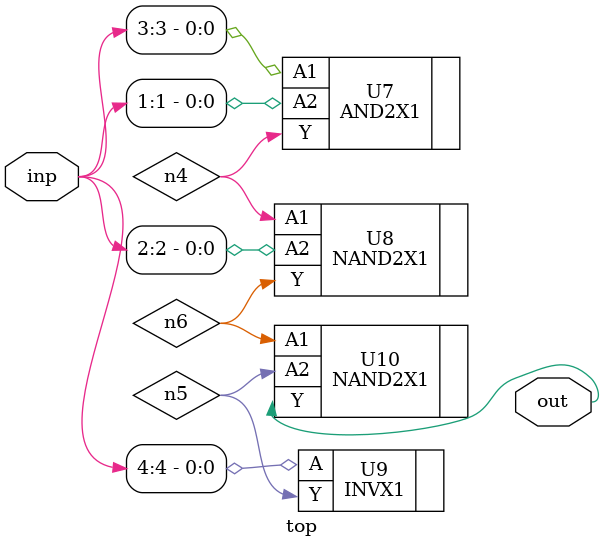
<source format=sv>


module top ( inp, out );
  input [4:0] inp;
  output out;
  wire   n4, n5, n6;

  AND2X1 U7 ( .A1(inp[3]), .A2(inp[1]), .Y(n4) );
  NAND2X1 U8 ( .A1(n4), .A2(inp[2]), .Y(n6) );
  INVX1 U9 ( .A(inp[4]), .Y(n5) );
  NAND2X1 U10 ( .A1(n6), .A2(n5), .Y(out) );
endmodule


</source>
